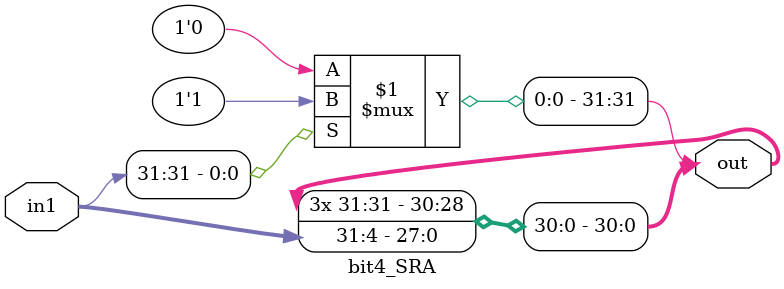
<source format=v>
module bit4_SRA(in1, out);

input [31:0] in1;
output [31:0] out;

genvar c;
   generate
	for(c=0; c<=27;c=c+1) begin: loop1
	
	assign out[c] = in1[c+4];
	
	end
	endgenerate

assign out[28] = in1[31] ? 1'b1 : 1'b0;

assign out[29] = out[28];
assign out[30] = out[28];
assign out[31] = out[28];
endmodule
</source>
